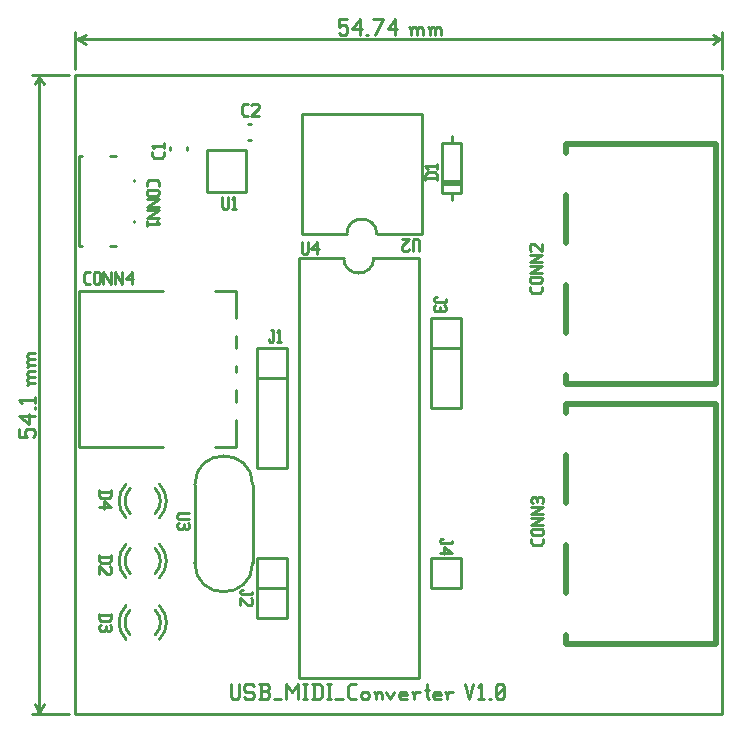
<source format=gbr>
G04 start of page 9 for group -4079 idx -4079 *
G04 Title: (unknown), topsilk *
G04 Creator: pcb 20140316 *
G04 CreationDate: Sun 10 Nov 2019 02:50:04 PM GMT UTC *
G04 For: sladekm *
G04 Format: Gerber/RS-274X *
G04 PCB-Dimensions (mm): 70.00 70.00 *
G04 PCB-Coordinate-Origin: lower left *
%MOMM*%
%FSLAX43Y43*%
%LNTOPSILK*%
%ADD96C,0.508*%
%ADD95C,0.254*%
G54D95*X8509Y61491D02*X63246D01*
X8636Y64539D02*X62992D01*
X8509Y65174D02*Y61999D01*
X8636Y64539D02*X9398Y64158D01*
X8001Y61491D02*X4826D01*
X5080Y60729D02*X5461Y61364D01*
X5842Y60729D01*
X63246Y61491D02*Y7389D01*
Y65174D02*Y61999D01*
X62484Y64920D02*X63119Y64539D01*
X62484Y64158D01*
X8509Y7389D02*Y61491D01*
Y7389D02*X63246D01*
X9398Y64920D02*X8636Y64539D01*
X4826Y7389D02*X8001D01*
X5080Y8278D02*X5461Y7516D01*
X5842Y8278D01*
X5461Y61237D02*Y7516D01*
X3762Y31549D02*Y30884D01*
X4427D01*
X4261Y31050D01*
Y31383D02*Y31050D01*
Y31383D02*X4427Y31549D01*
X4926D01*
X5093Y31383D02*X4926Y31549D01*
X5093Y31383D02*Y31050D01*
X4926Y30884D02*X5093Y31050D01*
X4594Y31949D02*X3762Y32614D01*
X4594Y32781D02*Y31949D01*
X3762Y32614D02*X5093D01*
Y33346D02*Y33180D01*
X4028Y33746D02*X3762Y34012D01*
X5093D01*
Y34245D02*Y33746D01*
X4594Y35409D02*X5093D01*
X4594D02*X4427Y35576D01*
Y35742D02*Y35576D01*
Y35742D02*X4594Y35908D01*
X5093D01*
X4594D02*X4427Y36075D01*
Y36241D02*Y36075D01*
Y36241D02*X4594Y36407D01*
X5093D01*
X4427Y35243D02*X4594Y35409D01*
Y36973D02*X5093D01*
X4594D02*X4427Y37140D01*
Y37306D02*Y37140D01*
Y37306D02*X4594Y37472D01*
X5093D01*
X4594D02*X4427Y37639D01*
Y37805D02*Y37639D01*
Y37805D02*X4594Y37971D01*
X5093D01*
X4427Y36807D02*X4594Y36973D01*
X30861Y66238D02*X31526D01*
X30861D02*Y65573D01*
X31027Y65739D01*
X31360D01*
X31526Y65573D01*
Y65074D01*
X31360Y64907D02*X31526Y65074D01*
X31027Y64907D02*X31360D01*
X30861Y65074D02*X31027Y64907D01*
X31926Y65406D02*X32591Y66238D01*
X31926Y65406D02*X32758D01*
X32591Y66238D02*Y64907D01*
X33157D02*X33323D01*
X33889D02*X34554Y66238D01*
X33723D02*X34554D01*
X34954Y65406D02*X35619Y66238D01*
X34954Y65406D02*X35786D01*
X35619Y66238D02*Y64907D01*
X36950Y65406D02*Y64907D01*
Y65406D02*X37117Y65573D01*
X37283D01*
X37449Y65406D01*
Y64907D01*
Y65406D02*X37616Y65573D01*
X37782D01*
X37948Y65406D01*
Y64907D01*
X36784Y65573D02*X36950Y65406D01*
X38514D02*Y64907D01*
Y65406D02*X38680Y65573D01*
X38847D01*
X39013Y65406D01*
Y64907D01*
Y65406D02*X39180Y65573D01*
X39346D01*
X39512Y65406D01*
Y64907D01*
X38348Y65573D02*X38514Y65406D01*
X21717Y9972D02*Y8790D01*
X21886Y8621D01*
X22224D01*
X22393Y8790D01*
Y9972D02*Y8790D01*
X23474Y9972D02*X23643Y9803D01*
X22967Y9972D02*X23474D01*
X22798Y9803D02*X22967Y9972D01*
X22798Y9803D02*Y9465D01*
X22967Y9297D01*
X23474D01*
X23643Y9128D01*
Y8790D01*
X23474Y8621D02*X23643Y8790D01*
X22967Y8621D02*X23474D01*
X22798Y8790D02*X22967Y8621D01*
X24048D02*X24724D01*
X24893Y8790D01*
Y9195D02*Y8790D01*
X24724Y9364D02*X24893Y9195D01*
X24217Y9364D02*X24724D01*
X24217Y9972D02*Y8621D01*
X24048Y9972D02*X24724D01*
X24893Y9803D01*
Y9533D01*
X24724Y9364D02*X24893Y9533D01*
X25298Y8621D02*X25974D01*
X26379Y9972D02*Y8621D01*
Y9972D02*X26886Y9297D01*
X27392Y9972D01*
Y8621D01*
X27798Y9972D02*X28136D01*
X27967D02*Y8621D01*
X27798D02*X28136D01*
X28710Y9972D02*Y8621D01*
X29149Y9972D02*X29386Y9736D01*
Y8857D01*
X29149Y8621D02*X29386Y8857D01*
X28541Y8621D02*X29149D01*
X28541Y9972D02*X29149D01*
X29791D02*X30129D01*
X29960D02*Y8621D01*
X29791D02*X30129D01*
X30534D02*X31210D01*
X31852D02*X32291D01*
X31615Y8857D02*X31852Y8621D01*
X31615Y9736D02*Y8857D01*
Y9736D02*X31852Y9972D01*
X32291D01*
X32696Y9128D02*Y8790D01*
Y9128D02*X32865Y9297D01*
X33203D01*
X33372Y9128D01*
Y8790D01*
X33203Y8621D02*X33372Y8790D01*
X32865Y8621D02*X33203D01*
X32696Y8790D02*X32865Y8621D01*
X33946Y9128D02*Y8621D01*
Y9128D02*X34115Y9297D01*
X34284D01*
X34453Y9128D01*
Y8621D01*
X33777Y9297D02*X33946Y9128D01*
X34858Y9297D02*X35196Y8621D01*
X35534Y9297D02*X35196Y8621D01*
X36108D02*X36615D01*
X35939Y8790D02*X36108Y8621D01*
X35939Y9128D02*Y8790D01*
Y9128D02*X36108Y9297D01*
X36446D01*
X36615Y9128D01*
X35939Y8959D02*X36615D01*
Y9128D02*Y8959D01*
X37189Y9128D02*Y8621D01*
Y9128D02*X37358Y9297D01*
X37696D01*
X37020D02*X37189Y9128D01*
X38270Y9972D02*Y8790D01*
X38439Y8621D01*
X38101Y9465D02*X38439D01*
X38946Y8621D02*X39453D01*
X38777Y8790D02*X38946Y8621D01*
X38777Y9128D02*Y8790D01*
Y9128D02*X38946Y9297D01*
X39284D01*
X39453Y9128D01*
X38777Y8959D02*X39453D01*
Y9128D02*Y8959D01*
X40027Y9128D02*Y8621D01*
Y9128D02*X40196Y9297D01*
X40534D01*
X39858D02*X40027Y9128D01*
X41547Y9972D02*X41885Y8621D01*
X42223Y9972D01*
X42628Y9702D02*X42898Y9972D01*
Y8621D01*
X42628D02*X43135D01*
X43540D02*X43709D01*
X44114Y8790D02*X44283Y8621D01*
X44114Y9803D02*Y8790D01*
Y9803D02*X44283Y9972D01*
X44621D01*
X44790Y9803D01*
Y8790D01*
X44621Y8621D02*X44790Y8790D01*
X44283Y8621D02*X44621D01*
X44114Y8959D02*X44790Y9634D01*
X18632Y26791D02*Y20191D01*
X23532Y26791D02*Y20191D01*
Y26791D02*G75*G03X18632Y26791I-2450J0D01*G01*
Y20191D02*G75*G03X23532Y20191I2450J0D01*G01*
X23876Y38377D02*Y28217D01*
X26416D01*
Y38377D01*
X23876D01*
Y35837D02*X26416D01*
Y38377D01*
X38608Y20597D02*Y18057D01*
X41148D01*
Y20597D01*
X38608D01*
Y18057D02*X41148D01*
Y20597D01*
X23876D02*Y15517D01*
X26416D01*
Y20597D01*
X23876D01*
Y18057D02*X26416D01*
Y20597D01*
X13164Y16196D02*G75*G03X13164Y14076I1060J-1060D01*G01*
X15284Y14076D02*G75*G03X15284Y16196I-1060J1060D01*G01*
X12805Y16555D02*G75*G03X12805Y13717I1419J-1419D01*G01*
X15643Y13717D02*G75*G03X15643Y16555I-1419J1419D01*G01*
X13164Y26483D02*G75*G03X13164Y24363I1060J-1060D01*G01*
X15284Y24363D02*G75*G03X15284Y26483I-1060J1060D01*G01*
X12805Y26842D02*G75*G03X12805Y24004I1419J-1419D01*G01*
X15643Y24004D02*G75*G03X15643Y26842I-1419J1419D01*G01*
X13164Y21403D02*G75*G03X13164Y19283I1060J-1060D01*G01*
X15284Y19283D02*G75*G03X15284Y21403I-1060J1060D01*G01*
X12805Y21762D02*G75*G03X12805Y18924I1419J-1419D01*G01*
X15643Y18924D02*G75*G03X15643Y21762I-1419J1419D01*G01*
X27432Y45997D02*Y10437D01*
X37592D01*
Y45997D02*Y10437D01*
X27432Y45997D02*X31242D01*
X33782D02*X37592D01*
X31242D02*G75*G03X33782Y45997I1270J0D01*G01*
G54D96*X50038Y33678D02*X62738D01*
Y13358D01*
X50038Y21740D02*Y17676D01*
Y33678D02*Y32916D01*
Y14120D02*Y13358D01*
X62738D01*
X50038Y29360D02*Y25296D01*
G54D95*X39558Y51464D02*X41214D01*
X40386D02*Y50886D01*
X39558Y55770D02*Y51464D01*
Y55770D02*X41214D01*
X40386Y56348D02*Y55770D01*
X41214D02*Y51464D01*
X39558Y52226D02*X41214D01*
X39558Y52353D02*X41214D01*
X39558Y52480D02*X41214D01*
X38608Y40917D02*Y33297D01*
X41148D01*
Y40917D01*
X38608D01*
Y38377D02*X41148D01*
Y40917D01*
G54D96*X50038Y55649D02*X62738D01*
Y35329D01*
X50038Y43711D02*Y39647D01*
Y55649D02*Y54887D01*
Y36091D02*Y35329D01*
X62738D01*
X50038Y51331D02*Y47267D01*
G54D95*X22936Y55116D02*Y51585D01*
X19685Y55116D02*X22936D01*
X19685D02*Y51585D01*
X22936D01*
X23152Y55965D02*X23352D01*
X23152Y57365D02*X23352D01*
X8826Y29995D02*X15938D01*
X20384D02*X22162D01*
X20384Y43203D02*X22162D01*
X8826D02*X15938D01*
X22162Y32281D02*Y29995D01*
Y34821D02*Y33805D01*
Y36853D02*Y36345D01*
Y39393D02*Y38377D01*
Y43203D02*Y40917D01*
X8826Y43203D02*Y29995D01*
X13513Y52576D02*Y52525D01*
Y49096D02*Y49045D01*
X11455Y54633D02*X11989D01*
X11455Y46988D02*X11989D01*
X8814Y54620D02*X9068D01*
X8814Y47000D02*X9068D01*
X8816Y54615D02*Y46995D01*
X37846Y58189D02*Y48029D01*
X27686Y58189D02*X37846D01*
X27686D02*Y48029D01*
X34036D02*X37846D01*
X27686D02*X31496D01*
X34036D02*G75*G03X31496Y48029I-1270J0D01*G01*
X17972Y55368D02*Y55168D01*
X16572Y55368D02*Y55168D01*
X17272Y24407D02*X18161D01*
X17272D02*X17145Y24280D01*
Y24026D01*
X17272Y23899D01*
X18161D01*
X18034Y23594D02*X18161Y23467D01*
Y23213D01*
X18034Y23086D01*
X17145Y23213D02*X17272Y23086D01*
X17145Y23467D02*Y23213D01*
X17272Y23594D02*X17145Y23467D01*
X17704D02*Y23213D01*
X17831Y23086D02*X18034D01*
X17272D02*X17577D01*
X17704Y23213D01*
X17831Y23086D02*X17704Y23213D01*
X23495Y17752D02*Y17549D01*
X22606D02*X23495D01*
X22479Y17676D02*X22606Y17549D01*
X22479Y17803D02*Y17676D01*
X22606Y17930D02*X22479Y17803D01*
X22606Y17930D02*X22733D01*
X23368Y17244D02*X23495Y17117D01*
Y16736D01*
X23368Y16609D01*
X23114D02*X23368D01*
X22479Y17244D02*X23114Y16609D01*
X22479Y17244D02*Y16609D01*
X10541Y26207D02*X11557D01*
Y25877D02*X11379Y25699D01*
X10719D02*X11379D01*
X10541Y25877D02*X10719Y25699D01*
X10541Y26334D02*Y25877D01*
X11557Y26334D02*Y25877D01*
X10922Y25394D02*X11557Y24886D01*
X10922Y25394D02*Y24759D01*
X10541Y24886D02*X11557D01*
X10541Y20724D02*X11557D01*
Y20394D02*X11379Y20216D01*
X10719D02*X11379D01*
X10541Y20394D02*X10719Y20216D01*
X10541Y20851D02*Y20394D01*
X11557Y20851D02*Y20394D01*
X11430Y19911D02*X11557Y19784D01*
Y19403D01*
X11430Y19276D01*
X11176D02*X11430D01*
X10541Y19911D02*X11176Y19276D01*
X10541Y19911D02*Y19276D01*
Y15771D02*X11557D01*
Y15441D02*X11379Y15263D01*
X10719D02*X11379D01*
X10541Y15441D02*X10719Y15263D01*
X10541Y15898D02*Y15441D01*
X11557Y15898D02*Y15441D01*
X11430Y14958D02*X11557Y14831D01*
Y14577D01*
X11430Y14450D01*
X10541Y14577D02*X10668Y14450D01*
X10541Y14831D02*Y14577D01*
X10668Y14958D02*X10541Y14831D01*
X11100D02*Y14577D01*
X11227Y14450D02*X11430D01*
X10668D02*X10973D01*
X11100Y14577D01*
X11227Y14450D02*X11100Y14577D01*
X40386Y22070D02*Y21867D01*
X39497D02*X40386D01*
X39370Y21994D02*X39497Y21867D01*
X39370Y22121D02*Y21994D01*
X39497Y22248D02*X39370Y22121D01*
X39497Y22248D02*X39624D01*
X39751Y21562D02*X40386Y21054D01*
X39751Y21562D02*Y20927D01*
X39370Y21054D02*X40386D01*
X48133Y22248D02*Y21918D01*
X47955Y21740D02*X48133Y21918D01*
X47295Y21740D02*X47955D01*
X47295D02*X47117Y21918D01*
Y22248D02*Y21918D01*
X47244Y22553D02*X48006D01*
X47244D02*X47117Y22680D01*
Y22934D02*Y22680D01*
Y22934D02*X47244Y23061D01*
X48006D01*
X48133Y22934D02*X48006Y23061D01*
X48133Y22934D02*Y22680D01*
X48006Y22553D02*X48133Y22680D01*
X47117Y23366D02*X48133D01*
X47117D02*X48133Y24001D01*
X47117D02*X48133D01*
X47117Y24305D02*X48133D01*
X47117D02*X48133Y24940D01*
X47117D02*X48133D01*
X47244Y25245D02*X47117Y25372D01*
Y25626D02*Y25372D01*
Y25626D02*X47244Y25753D01*
X48133Y25626D02*X48006Y25753D01*
X48133Y25626D02*Y25372D01*
X48006Y25245D02*X48133Y25372D01*
X47574Y25626D02*Y25372D01*
X47244Y25753D02*X47447D01*
X47701D02*X48006D01*
X47701D02*X47574Y25626D01*
X47447Y25753D02*X47574Y25626D01*
X38161Y52734D02*X39177D01*
X38161Y53064D02*X38339Y53242D01*
X38999D01*
X39177Y53064D02*X38999Y53242D01*
X39177Y53064D02*Y52607D01*
X38161Y53064D02*Y52607D01*
X38364Y53547D02*X38161Y53750D01*
X39177D01*
Y53928D02*Y53547D01*
X39878Y42517D02*Y42314D01*
X38989D02*X39878D01*
X38862Y42441D02*X38989Y42314D01*
X38862Y42568D02*Y42441D01*
X38989Y42695D02*X38862Y42568D01*
X38989Y42695D02*X39116D01*
X39751Y42009D02*X39878Y41882D01*
Y41628D01*
X39751Y41501D01*
X38862Y41628D02*X38989Y41501D01*
X38862Y41882D02*Y41628D01*
X38989Y42009D02*X38862Y41882D01*
X39421D02*Y41628D01*
X39548Y41501D02*X39751D01*
X38989D02*X39294D01*
X39421Y41628D01*
X39548Y41501D02*X39421Y41628D01*
X37592Y47521D02*Y46632D01*
Y47521D02*X37465Y47648D01*
X37211D02*X37465D01*
X37211D02*X37084Y47521D01*
Y46632D01*
X36779Y46759D02*X36652Y46632D01*
X36271D02*X36652D01*
X36271D02*X36144Y46759D01*
Y47013D02*Y46759D01*
X36779Y47648D02*X36144Y47013D01*
Y47648D02*X36779D01*
X48006Y43584D02*Y43254D01*
X47828Y43076D02*X48006Y43254D01*
X47168Y43076D02*X47828D01*
X47168D02*X46990Y43254D01*
Y43584D02*Y43254D01*
X47117Y43889D02*X47879D01*
X47117D02*X46990Y44016D01*
Y44270D02*Y44016D01*
Y44270D02*X47117Y44397D01*
X47879D01*
X48006Y44270D02*X47879Y44397D01*
X48006Y44270D02*Y44016D01*
X47879Y43889D02*X48006Y44016D01*
X46990Y44702D02*X48006D01*
X46990D02*X48006Y45337D01*
X46990D02*X48006D01*
X46990Y45641D02*X48006D01*
X46990D02*X48006Y46276D01*
X46990D02*X48006D01*
X47117Y46581D02*X46990Y46708D01*
Y47089D02*Y46708D01*
Y47089D02*X47117Y47216D01*
X47371D01*
X48006Y46581D02*X47371Y47216D01*
X48006D02*Y46581D01*
X25070Y39901D02*X25273D01*
Y39012D01*
X25146Y38885D02*X25273Y39012D01*
X25019Y38885D02*X25146D01*
X24892Y39012D02*X25019Y38885D01*
X24892Y39139D02*Y39012D01*
X25578Y39698D02*X25781Y39901D01*
Y38885D01*
X25578D02*X25959D01*
X27686Y47394D02*Y46505D01*
X27813Y46378D01*
X28067D01*
X28194Y46505D01*
Y47394D02*Y46505D01*
X28499Y46759D02*X29007Y47394D01*
X28499Y46759D02*X29134D01*
X29007Y47394D02*Y46378D01*
X22784Y58062D02*X23114D01*
X22606Y58240D02*X22784Y58062D01*
X22606Y58900D02*Y58240D01*
Y58900D02*X22784Y59078D01*
X23114D01*
X23419Y58951D02*X23546Y59078D01*
X23927D01*
X24054Y58951D01*
Y58697D01*
X23419Y58062D02*X24054Y58697D01*
X23419Y58062D02*X24054D01*
X20968Y51204D02*Y50315D01*
X21095Y50188D01*
X21349D01*
X21476Y50315D01*
Y51204D02*Y50315D01*
X21781Y51001D02*X21984Y51204D01*
Y50188D01*
X21781D02*X22162D01*
X9449Y43838D02*X9779D01*
X9271Y44016D02*X9449Y43838D01*
X9271Y44676D02*Y44016D01*
Y44676D02*X9449Y44854D01*
X9779D01*
X10084Y44727D02*Y43965D01*
Y44727D02*X10211Y44854D01*
X10465D01*
X10592Y44727D01*
Y43965D01*
X10465Y43838D02*X10592Y43965D01*
X10211Y43838D02*X10465D01*
X10084Y43965D02*X10211Y43838D01*
X10897Y44854D02*Y43838D01*
Y44854D02*X11532Y43838D01*
Y44854D02*Y43838D01*
X11836Y44854D02*Y43838D01*
Y44854D02*X12471Y43838D01*
Y44854D02*Y43838D01*
X12776Y44219D02*X13284Y44854D01*
X12776Y44219D02*X13411D01*
X13284Y44854D02*Y43838D01*
X14584Y52421D02*Y52091D01*
X14762Y52599D02*X14584Y52421D01*
X14762Y52599D02*X15422D01*
X15600Y52421D01*
Y52091D01*
X14711Y51786D02*X15473D01*
X15600Y51659D01*
Y51405D01*
X15473Y51278D01*
X14711D02*X15473D01*
X14584Y51405D02*X14711Y51278D01*
X14584Y51659D02*Y51405D01*
X14711Y51786D02*X14584Y51659D01*
Y50973D02*X15600D01*
X14584Y50338D01*
X15600D01*
X14584Y50033D02*X15600D01*
X14584Y49398D01*
X15600D01*
X15397Y49093D02*X15600Y48890D01*
X14584D02*X15600D01*
X14584Y49093D02*Y48712D01*
X16002Y55014D02*Y54684D01*
X15824Y54506D02*X16002Y54684D01*
X15164Y54506D02*X15824D01*
X15164D02*X14986Y54684D01*
Y55014D02*Y54684D01*
X15189Y55319D02*X14986Y55522D01*
X16002D01*
Y55700D02*Y55319D01*
M02*

</source>
